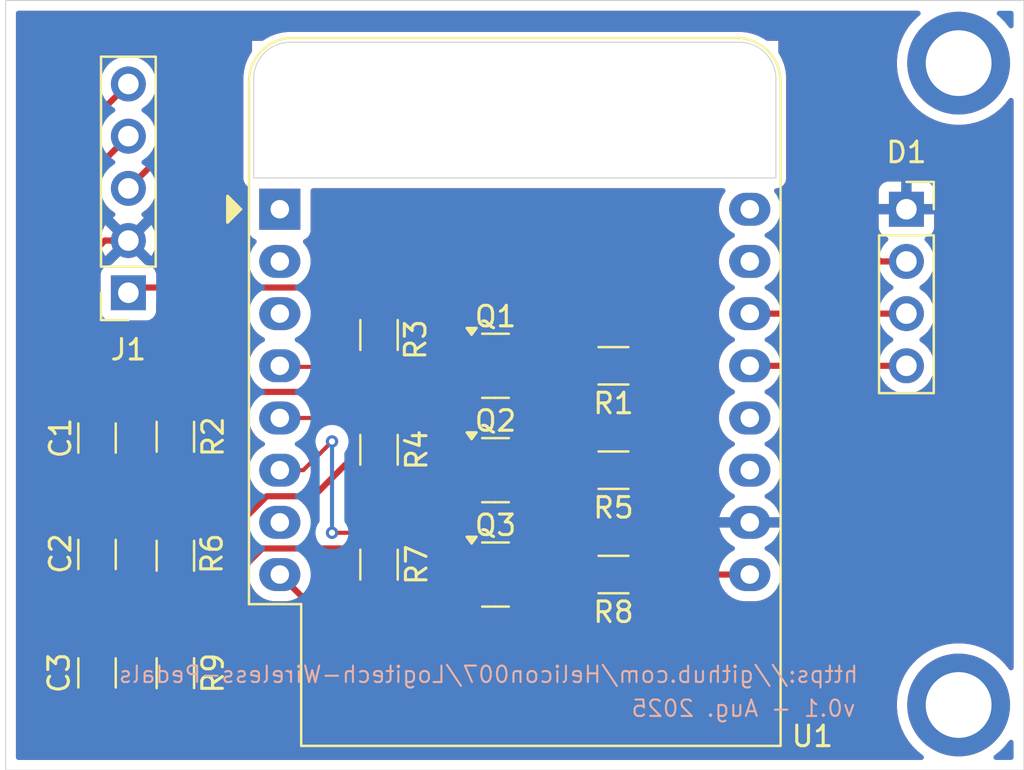
<source format=kicad_pcb>
(kicad_pcb (version 20241229) (generator "pcbnew") (generator_version "9.0")
  (layers (0 "F.Cu" signal) (2 "B.Cu" signal) (13 "F.Paste" user) (15 "B.Paste" user) (5 "F.SilkS" user "F.Silkscreen") (7 "B.SilkS" user "B.Silkscreen") (1 "F.Mask" user) (3 "B.Mask" user) (25 "Edge.Cuts" user))
  (net 0 "")
  (net 1 "Net-(J1-Pin_5)")
  (net 2 "GND")
  (net 3 "Net-(J1-Pin_4)")
  (net 4 "Net-(J1-Pin_3)")
  (net 5 "Net-(D1-SCL)")
  (net 6 "Net-(D1-SDA)")
  (net 7 "+3.3V")
  (net 8 "+5V")
  (net 9 "Net-(Q1-D)")
  (net 10 "Net-(Q1-G)")
  (net 11 "Net-(Q2-D)")
  (net 12 "Net-(Q2-G)")
  (net 13 "Net-(Q3-G)")
  (net 14 "Net-(Q3-D)")
  (net 15 "Net-(U1-SCK{slash}D5)")
  (net 16 "Net-(U1-MISO{slash}D6)")
  (net 17 "Net-(U1-MOSI{slash}D7)")
  (footprint "Capacitor_SMD:C_1206_3216Metric_Pad1.33x1.80mm_HandSolder" (layer "F.Cu") (at 87.63 85.3825 -90)
    (property "Reference" "C2" (at -0.0385 1.778 90) (layer "F.SilkS"))
    (property "Value" "10µF")
    (fp_line (start -0.711252 0.91) (end 0.711252 0.91) (stroke (width 0.12)) (layer "F.SilkS"))
    (fp_line (start -0.711252 -0.91) (end 0.711252 -0.91) (stroke (width 0.12)) (layer "F.SilkS"))
    (pad "1" smd roundrect (at -1.5625 0 270) (size 1.325 1.8) (layers "F.Cu" "F.Mask" "F.Paste") (roundrect_rratio 0.188679) (net 3 "Net-(J1-Pin_4)"))
    (pad "2" smd roundrect (at 1.5625 0 270) (size 1.325 1.8) (layers "F.Cu" "F.Mask" "F.Paste") (roundrect_rratio 0.188679) (net 2 "GND"))
  )
  (footprint "Resistor_SMD:R_1206_3216Metric_Pad1.30x1.75mm_HandSolder" (layer "F.Cu") (at 91.44 85.445 90)
    (property "Reference" "R6" (at 0.101 1.778 90) (layer "F.SilkS"))
    (property "Value" "1k")
    (fp_line (start -0.727064 -0.91) (end 0.727064 -0.91) (stroke (width 0.12)) (layer "F.SilkS"))
    (fp_line (start -0.727064 0.91) (end 0.727064 0.91) (stroke (width 0.12)) (layer "F.SilkS"))
    (pad "1" smd roundrect (at -1.55 0 90) (size 1.3 1.75) (layers "F.Cu" "F.Mask" "F.Paste") (roundrect_rratio 0.192308) (net 11 "Net-(Q2-D)"))
    (pad "2" smd roundrect (at 1.55 0 90) (size 1.3 1.75) (layers "F.Cu" "F.Mask" "F.Paste") (roundrect_rratio 0.192308) (net 3 "Net-(J1-Pin_4)"))
  )
  (footprint "Resistor_SMD:R_1206_3216Metric_Pad1.30x1.75mm_HandSolder" (layer "F.Cu") (at 101.346 80.29 -90)
    (property "Reference" "R4" (at 0 -1.83 90) (layer "F.SilkS"))
    (property "Value" "470R")
    (fp_line (start -0.727064 0.91) (end 0.727064 0.91) (stroke (width 0.12)) (layer "F.SilkS"))
    (fp_line (start -0.727064 -0.91) (end 0.727064 -0.91) (stroke (width 0.12)) (layer "F.SilkS"))
    (pad "1" smd roundrect (at -1.55 0 270) (size 1.3 1.75) (layers "F.Cu" "F.Mask" "F.Paste") (roundrect_rratio 0.192308) (net 16 "Net-(U1-MISO{slash}D6)"))
    (pad "2" smd roundrect (at 1.55 0 270) (size 1.3 1.75) (layers "F.Cu" "F.Mask" "F.Paste") (roundrect_rratio 0.192308) (net 12 "Net-(Q2-G)"))
  )
  (footprint "Package_TO_SOT_SMD:SOT-23" (layer "F.Cu") (at 107.0125 81.28)
    (property "Reference" "Q2" (at 0 -2.4 0) (layer "F.SilkS"))
    (property "Value" "BSS138")
    (fp_line (start 0 -1.56) (end -0.65 -1.56) (stroke (width 0.12)) (layer "F.SilkS"))
    (fp_line (start 0 -1.56) (end 0.65 -1.56) (stroke (width 0.12)) (layer "F.SilkS"))
    (fp_line (start 0 1.56) (end -0.65 1.56) (stroke (width 0.12)) (layer "F.SilkS"))
    (fp_line (start 0 1.56) (end 0.65 1.56) (stroke (width 0.12)) (layer "F.SilkS"))
    (fp_poly (pts (xy -1.1625 -1.51) (xy -1.4025 -1.84) (xy -0.9225 -1.84)) (stroke (width 0.12)) (fill yes) (layer "F.SilkS"))
    (pad "1" smd roundrect (at -0.9375 -0.95) (size 1.475 0.6) (layers "F.Cu" "F.Mask" "F.Paste") (net 12 "Net-(Q2-G)"))
    (pad "2" smd roundrect (at -0.9375 0.95) (size 1.475 0.6) (layers "F.Cu" "F.Mask" "F.Paste") (net 2 "GND"))
    (pad "3" smd roundrect (at 0.9375 0) (size 1.475 0.6) (layers "F.Cu" "F.Mask" "F.Paste") (net 11 "Net-(Q2-D)"))
  )
  (footprint "Connector_PinSocket_2.54mm:PinSocket_1x05_P2.54mm_Vertical" (layer "F.Cu") (at 89.154 72.644 180)
    (property "Reference" "J1" (at 0 -2.77 0) (layer "F.SilkS"))
    (property "Value" "Conn_01x05_Pin")
    (fp_line (start 1.33 1.27) (end 1.33 11.49) (stroke (width 0.12)) (layer "F.SilkS"))
    (fp_line (start 1.33 -1.33) (end 1.33 0) (stroke (width 0.12)) (layer "F.SilkS"))
    (fp_line (start 0 -1.33) (end 1.33 -1.33) (stroke (width 0.12)) (layer "F.SilkS"))
    (fp_line (start -1.33 11.49) (end 1.33 11.49) (stroke (width 0.12)) (layer "F.SilkS"))
    (fp_line (start -1.33 1.27) (end 1.33 1.27) (stroke (width 0.12)) (layer "F.SilkS"))
    (fp_line (start -1.33 1.27) (end -1.33 11.49) (stroke (width 0.12)) (layer "F.SilkS"))
    (pad "1" thru_hole rect (at 0 0 180) (size 1.7 1.7) (drill 1) (layers "*.Cu" "*.Mask") (net 8 "+5V"))
    (pad "2" thru_hole circle (at 0 2.54 180) (size 1.7 1.7) (drill 1) (layers "*.Cu" "*.Mask") (net 2 "GND"))
    (pad "3" thru_hole circle (at 0 5.08 180) (size 1.7 1.7) (drill 1) (layers "*.Cu" "*.Mask") (net 4 "Net-(J1-Pin_3)"))
    (pad "4" thru_hole circle (at 0 7.62 180) (size 1.7 1.7) (drill 1) (layers "*.Cu" "*.Mask") (net 3 "Net-(J1-Pin_4)"))
    (pad "5" thru_hole circle (at 0 10.16 180) (size 1.7 1.7) (drill 1) (layers "*.Cu" "*.Mask") (net 1 "Net-(J1-Pin_5)"))
  )
  (footprint "Capacitor_SMD:C_1206_3216Metric_Pad1.33x1.80mm_HandSolder" (layer "F.Cu") (at 87.63 91.1475 90)
    (property "Reference" "C3" (at 0 -1.85 90) (layer "F.SilkS"))
    (property "Value" "10µF")
    (fp_line (start -0.711252 -0.91) (end 0.711252 -0.91) (stroke (width 0.12)) (layer "F.SilkS"))
    (fp_line (start -0.711252 0.91) (end 0.711252 0.91) (stroke (width 0.12)) (layer "F.SilkS"))
    (pad "1" smd roundrect (at -1.5625 0 90) (size 1.325 1.8) (layers "F.Cu" "F.Mask" "F.Paste") (roundrect_rratio 0.188679) (net 4 "Net-(J1-Pin_3)"))
    (pad "2" smd roundrect (at 1.5625 0 90) (size 1.325 1.8) (layers "F.Cu" "F.Mask" "F.Paste") (roundrect_rratio 0.188679) (net 2 "GND"))
  )
  (footprint "Resistor_SMD:R_1206_3216Metric_Pad1.30x1.75mm_HandSolder" (layer "F.Cu") (at 101.346 85.878 -90)
    (property "Reference" "R7" (at 0 -1.83 90) (layer "F.SilkS"))
    (property "Value" "470R")
    (fp_line (start -0.727064 0.91) (end 0.727064 0.91) (stroke (width 0.12)) (layer "F.SilkS"))
    (fp_line (start -0.727064 -0.91) (end 0.727064 -0.91) (stroke (width 0.12)) (layer "F.SilkS"))
    (pad "1" smd roundrect (at -1.55 0 270) (size 1.3 1.75) (layers "F.Cu" "F.Mask" "F.Paste") (roundrect_rratio 0.192308) (net 17 "Net-(U1-MOSI{slash}D7)"))
    (pad "2" smd roundrect (at 1.55 0 270) (size 1.3 1.75) (layers "F.Cu" "F.Mask" "F.Paste") (roundrect_rratio 0.192308) (net 13 "Net-(Q3-G)"))
  )
  (footprint "Connector_PinSocket_2.54mm:PinSocket_1x04_P2.54mm_Vertical" (layer "F.Cu") (at 127 68.58)
    (property "Reference" "D1" (at 0 -2.77 0) (layer "F.SilkS"))
    (property "Value" "OLED_128x32")
    (fp_line (start -1.33 1.27) (end -1.33 8.95) (stroke (width 0.12)) (layer "F.SilkS"))
    (fp_line (start -1.33 1.27) (end 1.33 1.27) (stroke (width 0.12)) (layer "F.SilkS"))
    (fp_line (start -1.33 8.95) (end 1.33 8.95) (stroke (width 0.12)) (layer "F.SilkS"))
    (fp_line (start 0 -1.33) (end 1.33 -1.33) (stroke (width 0.12)) (layer "F.SilkS"))
    (fp_line (start 1.33 -1.33) (end 1.33 0) (stroke (width 0.12)) (layer "F.SilkS"))
    (fp_line (start 1.33 1.27) (end 1.33 8.95) (stroke (width 0.12)) (layer "F.SilkS"))
    (pad "1" thru_hole rect (at 0 0) (size 1.7 1.7) (drill 1) (layers "*.Cu" "*.Mask") (net 2 "GND"))
    (pad "2" thru_hole circle (at 0 2.54) (size 1.7 1.7) (drill 1) (layers "*.Cu" "*.Mask") (net 7 "+3.3V"))
    (pad "3" thru_hole circle (at 0 5.08) (size 1.7 1.7) (drill 1) (layers "*.Cu" "*.Mask") (net 5 "Net-(D1-SCL)"))
    (pad "4" thru_hole circle (at 0 7.62) (size 1.7 1.7) (drill 1) (layers "*.Cu" "*.Mask") (net 6 "Net-(D1-SDA)"))
  )
  (footprint "Package_TO_SOT_SMD:SOT-23" (layer "F.Cu") (at 107.0125 86.36)
    (property "Reference" "Q3" (at 0 -2.4 0) (layer "F.SilkS"))
    (property "Value" "BSS138")
    (fp_line (start 0 -1.56) (end -0.65 -1.56) (stroke (width 0.12)) (layer "F.SilkS"))
    (fp_line (start 0 -1.56) (end 0.65 -1.56) (stroke (width 0.12)) (layer "F.SilkS"))
    (fp_line (start 0 1.56) (end -0.65 1.56) (stroke (width 0.12)) (layer "F.SilkS"))
    (fp_line (start 0 1.56) (end 0.65 1.56) (stroke (width 0.12)) (layer "F.SilkS"))
    (fp_poly (pts (xy -1.1625 -1.51) (xy -1.4025 -1.84) (xy -0.9225 -1.84)) (stroke (width 0.12)) (fill yes) (layer "F.SilkS"))
    (pad "1" smd roundrect (at -0.9375 -0.95) (size 1.475 0.6) (layers "F.Cu" "F.Mask" "F.Paste") (net 13 "Net-(Q3-G)"))
    (pad "2" smd roundrect (at -0.9375 0.95) (size 1.475 0.6) (layers "F.Cu" "F.Mask" "F.Paste") (net 2 "GND"))
    (pad "3" smd roundrect (at 0.9375 0) (size 1.475 0.6) (layers "F.Cu" "F.Mask" "F.Paste") (net 14 "Net-(Q3-D)"))
  )
  (footprint "Resistor_SMD:R_1206_3216Metric_Pad1.30x1.75mm_HandSolder" (layer "F.Cu") (at 112.75 81.28 180)
    (property "Reference" "R5" (at 0 -1.83 0) (layer "F.SilkS"))
    (property "Value" "1k")
    (fp_line (start -0.727064 0.91) (end 0.727064 0.91) (stroke (width 0.12)) (layer "F.SilkS"))
    (fp_line (start -0.727064 -0.91) (end 0.727064 -0.91) (stroke (width 0.12)) (layer "F.SilkS"))
    (pad "1" smd roundrect (at -1.55 0 180) (size 1.3 1.75) (layers "F.Cu" "F.Mask" "F.Paste") (roundrect_rratio 0.192308) (net 8 "+5V"))
    (pad "2" smd roundrect (at 1.55 0 180) (size 1.3 1.75) (layers "F.Cu" "F.Mask" "F.Paste") (roundrect_rratio 0.192308) (net 11 "Net-(Q2-D)"))
  )
  (footprint "Resistor_SMD:R_1206_3216Metric_Pad1.30x1.75mm_HandSolder" (layer "F.Cu") (at 91.44 91.16 -90)
    (property "Reference" "R9" (at 0 -1.83 90) (layer "F.SilkS"))
    (property "Value" "1k")
    (fp_line (start -0.727064 0.91) (end 0.727064 0.91) (stroke (width 0.12)) (layer "F.SilkS"))
    (fp_line (start -0.727064 -0.91) (end 0.727064 -0.91) (stroke (width 0.12)) (layer "F.SilkS"))
    (pad "1" smd roundrect (at -1.55 0 270) (size 1.3 1.75) (layers "F.Cu" "F.Mask" "F.Paste") (roundrect_rratio 0.192308) (net 14 "Net-(Q3-D)"))
    (pad "2" smd roundrect (at 1.55 0 270) (size 1.3 1.75) (layers "F.Cu" "F.Mask" "F.Paste") (roundrect_rratio 0.192308) (net 4 "Net-(J1-Pin_3)"))
  )
  (footprint "Resistor_SMD:R_1206_3216Metric_Pad1.30x1.75mm_HandSolder" (layer "F.Cu") (at 101.346 74.702 90)
    (property "Reference" "R3" (at -0.228 1.778 90) (layer "F.SilkS"))
    (property "Value" "470R")
    (fp_line (start -0.727064 -0.91) (end 0.727064 -0.91) (stroke (width 0.12)) (layer "F.SilkS"))
    (fp_line (start -0.727064 0.91) (end 0.727064 0.91) (stroke (width 0.12)) (layer "F.SilkS"))
    (pad "1" smd roundrect (at -1.55 0 90) (size 1.3 1.75) (layers "F.Cu" "F.Mask" "F.Paste") (roundrect_rratio 0.192308) (net 15 "Net-(U1-SCK{slash}D5)"))
    (pad "2" smd roundrect (at 1.55 0 90) (size 1.3 1.75) (layers "F.Cu" "F.Mask" "F.Paste") (roundrect_rratio 0.192308) (net 10 "Net-(Q1-G)"))
  )
  (footprint "Resistor_SMD:R_1206_3216Metric_Pad1.30x1.75mm_HandSolder" (layer "F.Cu") (at 112.75 76.2 180)
    (property "Reference" "R1" (at 0 -1.83 0) (layer "F.SilkS"))
    (property "Value" "1k")
    (fp_line (start -0.727064 0.91) (end 0.727064 0.91) (stroke (width 0.12)) (layer "F.SilkS"))
    (fp_line (start -0.727064 -0.91) (end 0.727064 -0.91) (stroke (width 0.12)) (layer "F.SilkS"))
    (pad "1" smd roundrect (at -1.55 0 180) (size 1.3 1.75) (layers "F.Cu" "F.Mask" "F.Paste") (roundrect_rratio 0.192308) (net 8 "+5V"))
    (pad "2" smd roundrect (at 1.55 0 180) (size 1.3 1.75) (layers "F.Cu" "F.Mask" "F.Paste") (roundrect_rratio 0.192308) (net 9 "Net-(Q1-D)"))
  )
  (footprint "Resistor_SMD:R_1206_3216Metric_Pad1.30x1.75mm_HandSolder" (layer "F.Cu") (at 91.44 79.655 -90)
    (property "Reference" "R2" (at 0 -1.83 90) (layer "F.SilkS"))
    (property "Value" "1k")
    (fp_line (start -0.727064 0.91) (end 0.727064 0.91) (stroke (width 0.12)) (layer "F.SilkS"))
    (fp_line (start -0.727064 -0.91) (end 0.727064 -0.91) (stroke (width 0.12)) (layer "F.SilkS"))
    (pad "1" smd roundrect (at -1.55 0 270) (size 1.3 1.75) (layers "F.Cu" "F.Mask" "F.Paste") (roundrect_rratio 0.192308) (net 9 "Net-(Q1-D)"))
    (pad "2" smd roundrect (at 1.55 0 270) (size 1.3 1.75) (layers "F.Cu" "F.Mask" "F.Paste") (roundrect_rratio 0.192308) (net 1 "Net-(J1-Pin_5)"))
  )
  (footprint "Resistor_SMD:R_1206_3216Metric_Pad1.30x1.75mm_HandSolder" (layer "F.Cu") (at 112.75 86.36 180)
    (property "Reference" "R8" (at 0 -1.83 0) (layer "F.SilkS"))
    (property "Value" "1k")
    (fp_line (start -0.727064 0.91) (end 0.727064 0.91) (stroke (width 0.12)) (layer "F.SilkS"))
    (fp_line (start -0.727064 -0.91) (end 0.727064 -0.91) (stroke (width 0.12)) (layer "F.SilkS"))
    (pad "1" smd roundrect (at -1.55 0 180) (size 1.3 1.75) (layers "F.Cu" "F.Mask" "F.Paste") (roundrect_rratio 0.192308) (net 8 "+5V"))
    (pad "2" smd roundrect (at 1.55 0 180) (size 1.3 1.75) (layers "F.Cu" "F.Mask" "F.Paste") (roundrect_rratio 0.192308) (net 14 "Net-(Q3-D)"))
  )
  (footprint "RF_Module:WEMOS_D1_mini_light" (layer "F.Cu") (at 96.52 68.58)
    (property "Reference" "U1" (at 25.908 25.654 0) (layer "F.SilkS"))
    (property "Value" "WEMOS_D1_mini")
    (fp_line (start -1.5 19.22) (end -1.5 -6.21) (stroke (width 0.12)) (layer "F.SilkS"))
    (fp_line (start -1.5 19.22) (end 1.04 19.22) (stroke (width 0.12)) (layer "F.SilkS"))
    (fp_line (start 1.04 19.22) (end 1.04 26.12) (stroke (width 0.12)) (layer "F.SilkS"))
    (fp_line (start 1.04 26.12) (end 24.36 26.12) (stroke (width 0.12)) (layer "F.SilkS"))
    (fp_line (start 22.24 -8.34) (end 0.63 -8.34) (stroke (width 0.12)) (layer "F.SilkS"))
    (fp_line (start 24.36 26.12) (end 24.36 -6.21) (stroke (width 0.12)) (layer "F.SilkS"))
    (fp_arc (start -1.5 -6.21) (mid -0.876137 -7.716137) (end 0.63 -8.34) (stroke (width 0.12)) (layer "F.SilkS"))
    (fp_arc (start 22.23 -8.34) (mid 23.736137 -7.716137) (end 24.36 -6.21) (stroke (width 0.12)) (layer "F.SilkS"))
    (fp_poly (pts (xy -2.54 -0.635) (xy -2.54 0.635) (xy -1.905 0)) (stroke (width 0.15)) (fill yes) (layer "F.SilkS"))
    (pad "1" thru_hole rect (at 0 0) (size 2 2) (drill 0.9) (layers "*.Cu" "*.Mask"))
    (pad "2" thru_hole oval (at 0 2.54) (size 2 1.6) (drill 0.9) (layers "*.Cu" "*.Mask"))
    (pad "3" thru_hole oval (at 0 5.08) (size 2 1.6) (drill 0.9) (layers "*.Cu" "*.Mask"))
    (pad "4" thru_hole oval (at 0 7.62) (size 2 1.6) (drill 0.9) (layers "*.Cu" "*.Mask") (net 15 "Net-(U1-SCK{slash}D5)"))
    (pad "5" thru_hole oval (at 0 10.16) (size 2 1.6) (drill 0.9) (layers "*.Cu" "*.Mask") (net 16 "Net-(U1-MISO{slash}D6)"))
    (pad "6" thru_hole oval (at 0 12.7) (size 2 1.6) (drill 0.9) (layers "*.Cu" "*.Mask") (net 17 "Net-(U1-MOSI{slash}D7)"))
    (pad "7" thru_hole oval (at 0 15.24) (size 2 1.6) (drill 0.9) (layers "*.Cu" "*.Mask"))
    (pad "8" thru_hole oval (at 0 17.78) (size 2 1.6) (drill 0.9) (layers "*.Cu" "*.Mask") (net 7 "+3.3V"))
    (pad "9" thru_hole oval (at 22.86 17.78) (size 2 1.6) (drill 0.9) (layers "*.Cu" "*.Mask") (net 8 "+5V"))
    (pad "10" thru_hole oval (at 22.86 15.24) (size 2 1.6) (drill 0.9) (layers "*.Cu" "*.Mask") (net 2 "GND"))
    (pad "11" thru_hole oval (at 22.86 12.7) (size 2 1.6) (drill 0.9) (layers "*.Cu" "*.Mask"))
    (pad "12" thru_hole oval (at 22.86 10.16) (size 2 1.6) (drill 0.9) (layers "*.Cu" "*.Mask"))
    (pad "13" thru_hole oval (at 22.86 7.62) (size 2 1.6) (drill 0.9) (layers "*.Cu" "*.Mask") (net 6 "Net-(D1-SDA)"))
    (pad "14" thru_hole oval (at 22.86 5.08) (size 2 1.6) (drill 0.9) (layers "*.Cu" "*.Mask") (net 5 "Net-(D1-SCL)"))
    (pad "15" thru_hole oval (at 22.86 2.54) (size 2 1.6) (drill 0.9) (layers "*.Cu" "*.Mask"))
    (pad "16" thru_hole oval (at 22.86 0) (size 2 1.6) (drill 0.9) (layers "*.Cu" "*.Mask"))
    (zone (net 0) (net_name "") (layers "F.Cu" "B.Cu" "Dwgs.User") (name "No Copper") (connect_pads (clearance 0)) (min_thickness 0.25)
      (keepout (tracks not_allowed) (vias not_allowed) (pads not_allowed) (copperpour not_allowed) (footprints not_allowed))
      (fill (thermal_gap 0.5) (thermal_bridge_width 0.5))
      (polygon (pts (xy 95.17 60.38) (xy 120.77 60.38) (xy 120.77 67.18) (xy 95.17 67.18)))
    )
  )
  (footprint "Package_TO_SOT_SMD:SOT-23" (layer "F.Cu") (at 107.0125 76.2)
    (property "Reference" "Q1" (at 0 -2.4 0) (layer "F.SilkS"))
    (property "Value" "BSS138")
    (fp_line (start 0 -1.56) (end -0.65 -1.56) (stroke (width 0.12)) (layer "F.SilkS"))
    (fp_line (start 0 -1.56) (end 0.65 -1.56) (stroke (width 0.12)) (layer "F.SilkS"))
    (fp_line (start 0 1.56) (end -0.65 1.56) (stroke (width 0.12)) (layer "F.SilkS"))
    (fp_line (start 0 1.56) (end 0.65 1.56) (stroke (width 0.12)) (layer "F.SilkS"))
    (fp_poly (pts (xy -1.1625 -1.51) (xy -1.4025 -1.84) (xy -0.9225 -1.84)) (stroke (width 0.12)) (fill yes) (layer "F.SilkS"))
    (pad "1" smd roundrect (at -0.9375 -0.95) (size 1.475 0.6) (layers "F.Cu" "F.Mask" "F.Paste") (net 10 "Net-(Q1-G)"))
    (pad "2" smd roundrect (at -0.9375 0.95) (size 1.475 0.6) (layers "F.Cu" "F.Mask" "F.Paste") (net 2 "GND"))
    (pad "3" smd roundrect (at 0.9375 0) (size 1.475 0.6) (layers "F.Cu" "F.Mask" "F.Paste") (net 9 "Net-(Q1-D)"))
  )
  (footprint "Capacitor_SMD:C_1206_3216Metric_Pad1.33x1.80mm_HandSolder" (layer "F.Cu") (at 87.63 79.7175 -90)
    (property "Reference" "C1" (at 0 1.778 90) (layer "F.SilkS"))
    (property "Value" "10µF")
    (fp_line (start -0.711252 0.91) (end 0.711252 0.91) (stroke (width 0.12)) (layer "F.SilkS"))
    (fp_line (start -0.711252 -0.91) (end 0.711252 -0.91) (stroke (width 0.12)) (layer "F.SilkS"))
    (pad "1" smd roundrect (at -1.5625 0 270) (size 1.325 1.8) (layers "F.Cu" "F.Mask" "F.Paste") (roundrect_rratio 0.188679) (net 1 "Net-(J1-Pin_5)"))
    (pad "2" smd roundrect (at 1.5625 0 270) (size 1.325 1.8) (layers "F.Cu" "F.Mask" "F.Paste") (roundrect_rratio 0.188679) (net 2 "GND"))
  )
  (gr_arc (start 118.872 60.452) (mid 120.129236 60.972764) (end 120.65 62.23) (stroke (width 0.05)) (layer "Edge.Cuts"))
  (gr_line (start 118.872 60.452) (end 97.028 60.452) (stroke (width 0.05)) (layer "Edge.Cuts"))
  (gr_arc (start 95.25 62.23) (mid 95.770764 60.972764) (end 97.028 60.452) (stroke (width 0.05)) (layer "Edge.Cuts"))
  (gr_line (start 120.65 67.056) (end 95.25 67.056) (stroke (width 0.05)) (layer "Edge.Cuts"))
  (gr_line (start 95.25 67.056) (end 95.25 62.23) (stroke (width 0.05)) (layer "Edge.Cuts"))
  (gr_line (start 120.65 62.23) (end 120.65 67.056) (stroke (width 0.05)) (layer "Edge.Cuts"))
  (gr_rect (start 83.185 58.42) (end 132.715 95.885) (stroke (width 0.05)) (fill no) (layer "Edge.Cuts"))
  (gr_text "v0.1 - Aug. 2025" (at 124.587 93.345 0) (layer "B.SilkS") (effects (font (size 0.8 0.8) (thickness 0.1)) (justify left bottom mirror)))
  (gr_text "https://github.com/Helicon007/Logitech-Wireless-Pedals" (at 124.714 91.694 0) (layer "B.SilkS") (effects (font (size 0.8 0.8) (thickness 0.1)) (justify left bottom mirror)))
  (via (at 129.54 92.71) (size 5) (drill 3.2) (layers "F.Cu" "B.Cu") (net 0))
  (via (at 129.54 61.468) (size 5) (drill 3.2) (layers "F.Cu" "B.Cu") (net 0))
  (segment (start 85.598 66.04) (end 89.154 62.484) (width 0.3) (layer "F.Cu") (net 1))
  (segment (start 87.63 78.155) (end 85.598 76.123) (width 0.3) (layer "F.Cu") (net 1))
  (segment (start 91.44 81.205) (end 90.68 81.205) (width 0.3) (layer "F.Cu") (net 1))
  (segment (start 85.598 76.123) (end 85.598 66.04) (width 0.3) (layer "F.Cu") (net 1))
  (segment (start 90.68 81.205) (end 87.63 78.155) (width 0.3) (layer "F.Cu") (net 1))
  (segment (start 87.705 81.205) (end 87.63 81.28) (width 0.3) (layer "F.Cu") (net 2))
  (segment (start 89.916 76.835) (end 87.122 74.041) (width 0.3) (layer "F.Cu") (net 2))
  (segment (start 88.011 70.104) (end 89.154 70.104) (width 0.3) (layer "F.Cu") (net 2))
  (segment (start 94.234 80.264) (end 93.218 79.248) (width 0.3) (layer "F.Cu") (net 2))
  (segment (start 87.63 86.945) (end 88.569 86.945) (width 0.3) (layer "F.Cu") (net 2))
  (segment (start 89.916 78.46287) (end 89.916 76.835) (width 0.3) (layer "F.Cu") (net 2))
  (segment (start 87.122 70.993) (end 88.011 70.104) (width 0.3) (layer "F.Cu") (net 2))
  (segment (start 94.234 83.185) (end 94.234 80.264) (width 0.3) (layer "F.Cu") (net 2))
  (segment (start 89.154 70.104) (end 89.289 69.969) (width 0.3) (layer "F.Cu") (net 2))
  (segment (start 87.122 74.041) (end 87.122 70.993) (width 0.3) (layer "F.Cu") (net 2))
  (segment (start 86.106 82.804) (end 86.106 85.421) (width 0.3) (layer "F.Cu") (net 2))
  (segment (start 90.043 85.471) (end 91.948 85.471) (width 0.3) (layer "F.Cu") (net 2))
  (segment (start 87.63 81.28) (end 86.106 82.804) (width 0.3) (layer "F.Cu") (net 2))
  (segment (start 91.948 85.471) (end 94.234 83.185) (width 0.3) (layer "F.Cu") (net 2))
  (segment (start 93.218 79.248) (end 90.70113 79.248) (width 0.3) (layer "F.Cu") (net 2))
  (segment (start 90.70113 79.248) (end 89.916 78.46287) (width 0.3) (layer "F.Cu") (net 2))
  (segment (start 86.106 85.421) (end 87.63 86.945) (width 0.3) (layer "F.Cu") (net 2))
  (segment (start 87.63 89.585) (end 87.63 86.945) (width 0.3) (layer "F.Cu") (net 2))
  (segment (start 88.569 86.945) (end 90.043 85.471) (width 0.3) (layer "F.Cu") (net 2))
  (segment (start 86.36 74.676) (end 89.281 77.597) (width 0.3) (layer "F.Cu") (net 3))
  (segment (start 89.154 65.024) (end 86.36 67.818) (width 0.3) (layer "F.Cu") (net 3))
  (segment (start 90.424 80.01) (end 92.71 80.01) (width 0.3) (layer "F.Cu") (net 3))
  (segment (start 89.281 78.867) (end 90.424 80.01) (width 0.3) (layer "F.Cu") (net 3))
  (segment (start 92.71 80.01) (end 93.218 80.518) (width 0.3) (layer "F.Cu") (net 3))
  (segment (start 91.44 83.895) (end 87.705 83.895) (width 0.3) (layer "F.Cu") (net 3))
  (segment (start 89.281 77.597) (end 89.281 78.867) (width 0.3) (layer "F.Cu") (net 3))
  (segment (start 87.705 83.895) (end 87.63 83.82) (width 0.3) (layer "F.Cu") (net 3))
  (segment (start 86.36 67.818) (end 86.36 74.676) (width 0.3) (layer "F.Cu") (net 3))
  (segment (start 93.218 82.117) (end 91.44 83.895) (width 0.3) (layer "F.Cu") (net 3))
  (segment (start 93.218 80.518) (end 93.218 82.117) (width 0.3) (layer "F.Cu") (net 3))
  (segment (start 87.63 60.706) (end 90.932 60.706) (width 0.3) (layer "F.Cu") (net 4))
  (segment (start 90.932 60.706) (end 91.694 61.468) (width 0.3) (layer "F.Cu") (net 4))
  (segment (start 87.63 92.71) (end 84.836 89.916) (width 0.3) (layer "F.Cu") (net 4))
  (segment (start 91.694 61.468) (end 91.694 65.024) (width 0.3) (layer "F.Cu") (net 4))
  (segment (start 84.836 89.916) (end 84.836 63.5) (width 0.3) (layer "F.Cu") (net 4))
  (segment (start 91.694 65.024) (end 89.154 67.564) (width 0.3) (layer "F.Cu") (net 4))
  (segment (start 84.836 63.5) (end 87.63 60.706) (width 0.3) (layer "F.Cu") (net 4))
  (segment (start 91.44 92.71) (end 87.63 92.71) (width 0.3) (layer "F.Cu") (net 4))
  (segment (start 127 73.66) (end 119.38 73.66) (width 0.3) (layer "F.Cu") (net 5))
  (segment (start 127 76.2) (end 119.38 76.2) (width 0.3) (layer "F.Cu") (net 6))
  (segment (start 124.46 69.85) (end 124.46 67.31) (width 0.3) (layer "F.Cu") (net 7))
  (segment (start 125.73 66.04) (end 128.27 66.04) (width 0.3) (layer "F.Cu") (net 7))
  (segment (start 130.81 86.36) (end 128.27 88.9) (width 0.3) (layer "F.Cu") (net 7))
  (segment (start 128.27 88.9) (end 99.06 88.9) (width 0.3) (layer "F.Cu") (net 7))
  (segment (start 130.81 68.58) (end 130.81 86.36) (width 0.3) (layer "F.Cu") (net 7))
  (segment (start 127 71.12) (end 125.73 71.12) (width 0.3) (layer "F.Cu") (net 7))
  (segment (start 125.73 71.12) (end 124.46 69.85) (width 0.3) (layer "F.Cu") (net 7))
  (segment (start 124.46 67.31) (end 125.73 66.04) (width 0.3) (layer "F.Cu") (net 7))
  (segment (start 128.27 66.04) (end 130.81 68.58) (width 0.3) (layer "F.Cu") (net 7))
  (segment (start 99.06 88.9) (end 96.52 86.36) (width 0.3) (layer "F.Cu") (net 7))
  (segment (start 110.251 72.151) (end 114.3 76.2) (width 0.3) (layer "F.Cu") (net 8))
  (segment (start 99.822 72.151) (end 110.251 72.151) (width 0.3) (layer "F.Cu") (net 8))
  (segment (start 114.3 86.36) (end 114.3 81.28) (width 0.3) (layer "F.Cu") (net 8))
  (segment (start 89.408 72.39) (end 99.568 72.39) (width 0.3) (layer "F.Cu") (net 8))
  (segment (start 99.695 72.263) (end 99.71 72.263) (width 0.3) (layer "F.Cu") (net 8))
  (segment (start 99.568 72.39) (end 99.695 72.263) (width 0.3) (layer "F.Cu") (net 8))
  (segment (start 114.3 81.28) (end 114.3 76.2) (width 0.3) (layer "F.Cu") (net 8))
  (segment (start 99.71 72.263) (end 99.822 72.151) (width 0.3) (layer "F.Cu") (net 8))
  (segment (start 89.154 72.644) (end 89.408 72.39) (width 0.3) (layer "F.Cu") (net 8))
  (segment (start 119.38 86.36) (end 114.3 86.36) (width 0.3) (layer "F.Cu") (net 8))
  (segment (start 103.759 77.47) (end 105.029 76.2) (width 0.3) (layer "F.Cu") (net 9))
  (segment (start 111.2 76.2) (end 107.95 76.2) (width 0.3) (layer "F.Cu") (net 9))
  (segment (start 105.029 76.2) (end 107.95 76.2) (width 0.3) (layer "F.Cu") (net 9))
  (segment (start 92.075 77.47) (end 103.759 77.47) (width 0.3) (layer "F.Cu") (net 9))
  (segment (start 91.44 78.105) (end 92.075 77.47) (width 0.3) (layer "F.Cu") (net 9))
  (segment (start 106.075 75.25) (end 106.075 73.69) (width 0.3) (layer "F.Cu") (net 10))
  (segment (start 105.537 73.152) (end 101.346 73.152) (width 0.3) (layer "F.Cu") (net 10))
  (segment (start 106.075 73.69) (end 105.537 73.152) (width 0.3) (layer "F.Cu") (net 10))
  (segment (start 95.885 82.55) (end 98.171 82.55) (width 0.3) (layer "F.Cu") (net 11))
  (segment (start 103.759 80.391) (end 104.648 79.502) (width 0.3) (layer "F.Cu") (net 11))
  (segment (start 98.171 82.55) (end 100.33 80.391) (width 0.3) (layer "F.Cu") (net 11))
  (segment (start 104.648 79.502) (end 106.934 79.502) (width 0.3) (layer "F.Cu") (net 11))
  (segment (start 107.95 80.518) (end 107.95 81.28) (width 0.3) (layer "F.Cu") (net 11))
  (segment (start 106.934 79.502) (end 107.95 80.518) (width 0.3) (layer "F.Cu") (net 11))
  (segment (start 100.33 80.391) (end 103.759 80.391) (width 0.3) (layer "F.Cu") (net 11))
  (segment (start 91.44 86.995) (end 95.885 82.55) (width 0.3) (layer "F.Cu") (net 11))
  (segment (start 111.2 81.28) (end 107.95 81.28) (width 0.3) (layer "F.Cu") (net 11))
  (segment (start 103.326 81.84) (end 101.346 81.84) (width 0.3) (layer "F.Cu") (net 12))
  (segment (start 106.075 80.33) (end 104.836 80.33) (width 0.3) (layer "F.Cu") (net 12))
  (segment (start 104.836 80.33) (end 103.326 81.84) (width 0.3) (layer "F.Cu") (net 12))
  (segment (start 104.836 85.41) (end 102.818 87.428) (width 0.3) (layer "F.Cu") (net 13))
  (segment (start 102.818 87.428) (end 101.346 87.428) (width 0.3) (layer "F.Cu") (net 13))
  (segment (start 106.075 85.41) (end 104.836 85.41) (width 0.3) (layer "F.Cu") (net 13))
  (segment (start 111.2 86.36) (end 107.95 86.36) (width 0.3) (layer "F.Cu") (net 14))
  (segment (start 95.6685 85.09) (end 99.949 85.09) (width 0.3) (layer "F.Cu") (net 14))
  (segment (start 103.35126 85.75174) (end 104.648 84.455) (width 0.3) (layer "F.Cu") (net 14))
  (segment (start 107.95 85.344) (end 107.95 86.36) (width 0.3) (layer "F.Cu") (net 14))
  (segment (start 100.61074 85.75174) (end 103.35126 85.75174) (width 0.3) (layer "F.Cu") (net 14))
  (segment (start 91.44 89.3185) (end 95.6685 85.09) (width 0.3) (layer "F.Cu") (net 14))
  (segment (start 91.44 89.61) (end 91.44 89.3185) (width 0.3) (layer "F.Cu") (net 14))
  (segment (start 107.061 84.455) (end 107.95 85.344) (width 0.3) (layer "F.Cu") (net 14))
  (segment (start 104.648 84.455) (end 107.061 84.455) (width 0.3) (layer "F.Cu") (net 14))
  (segment (start 99.949 85.09) (end 100.61074 85.75174) (width 0.3) (layer "F.Cu") (net 14))
  (segment (start 96.647 76.2) (end 96.699 76.252) (width 0.2) (layer "F.Cu") (net 15))
  (segment (start 96.52 76.2) (end 96.647 76.2) (width 0.2) (layer "F.Cu") (net 15))
  (segment (start 96.699 76.252) (end 101.346 76.252) (width 0.2) (layer "F.Cu") (net 15))
  (segment (start 96.52 78.74) (end 101.346 78.74) (width 0.2) (layer "F.Cu") (net 16))
  (segment (start 97.663 81.28) (end 99.06 79.883) (width 0.2) (layer "F.Cu") (net 17))
  (segment (start 99.06 84.328) (end 101.346 84.328) (width 0.2) (layer "F.Cu") (net 17))
  (segment (start 96.52 81.28) (end 97.663 81.28) (width 0.2) (layer "F.Cu") (net 17))
  (via (at 99.06 84.328) (size 0.6) (drill 0.3) (layers "F.Cu" "B.Cu") (net 17))
  (via (at 99.06 79.883) (size 0.6) (drill 0.3) (layers "F.Cu" "B.Cu") (net 17))
  (segment (start 99.06 79.883) (end 99.06 84.328) (width 0.2) (layer "B.Cu") (net 17))
  (zone (net 2) (net_name "GND") (layer "F.Cu") (connect_pads (clearance 0.5)) (min_thickness 0.25) (fill yes (thermal_gap 0.5) (thermal_bridge_width 0.5))
    (polygon (pts (xy 83.312 58.547) (xy 132.461 58.547) (xy 132.461 95.758) (xy 83.312 95.758)))
  )
  (zone (net 2) (net_name "GND") (layer "B.Cu") (priority 1) (connect_pads (clearance 0.5)) (min_thickness 0.25) (fill yes (thermal_gap 0.5) (thermal_bridge_width 0.5) (island_removal_mode 1) (island_area_min 10))
    (polygon (pts (xy 83.312 58.547) (xy 132.461 58.547) (xy 132.461 95.758) (xy 83.312 95.758)))
  )
)
</source>
